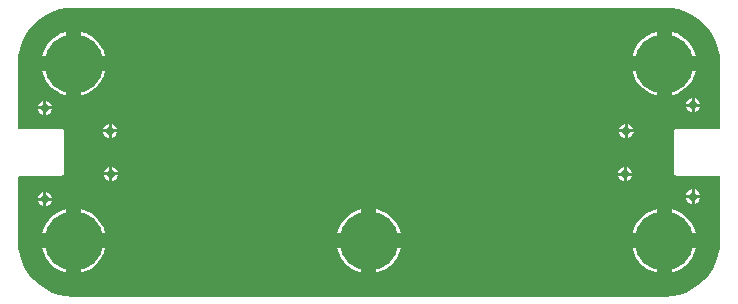
<source format=gbl>
G04*
G04 #@! TF.GenerationSoftware,Altium Limited,Altium Designer,21.4.1 (30)*
G04*
G04 Layer_Physical_Order=2*
G04 Layer_Color=16711680*
%FSLAX25Y25*%
%MOIN*%
G70*
G04*
G04 #@! TF.SameCoordinates,DE3D3837-1171-46BA-834C-E1CE419D22AE*
G04*
G04*
G04 #@! TF.FilePolarity,Positive*
G04*
G01*
G75*
%ADD17C,0.19685*%
%ADD18C,0.02756*%
%ADD19C,0.02795*%
G36*
X218975Y97267D02*
X221372Y96790D01*
X223687Y96005D01*
X225879Y94924D01*
X227911Y93565D01*
X229749Y91954D01*
X231361Y90116D01*
X232719Y88084D01*
X233800Y85891D01*
X234586Y83577D01*
X235062Y81179D01*
X235190Y79231D01*
X235213Y78740D01*
X235217Y78720D01*
X235217Y78240D01*
X235236Y57420D01*
X234882Y57067D01*
X220847D01*
X220462Y56990D01*
X220137Y56773D01*
X219919Y56447D01*
X219843Y56063D01*
Y42362D01*
X219919Y41978D01*
X220137Y41653D01*
X220462Y41435D01*
X220847Y41359D01*
X235213D01*
Y19685D01*
X235220Y19650D01*
X235062Y17246D01*
X234586Y14849D01*
X233800Y12534D01*
X232719Y10342D01*
X231361Y8309D01*
X229749Y6471D01*
X227911Y4860D01*
X225879Y3502D01*
X223687Y2421D01*
X221372Y1635D01*
X218975Y1158D01*
X217026Y1030D01*
X216535Y1008D01*
X216535Y1008D01*
X216035Y1008D01*
X20184Y1008D01*
X19685Y1008D01*
X19195Y1030D01*
X17246Y1158D01*
X14849Y1635D01*
X12534Y2421D01*
X10342Y3502D01*
X8309Y4860D01*
X6471Y6471D01*
X4860Y8309D01*
X3502Y10342D01*
X2421Y12534D01*
X1635Y14849D01*
X1158Y17246D01*
X1030Y19195D01*
X1008Y19685D01*
X1003Y19705D01*
X1003Y20185D01*
X985Y41005D01*
X1338Y41359D01*
X15374D01*
X15758Y41435D01*
X16084Y41653D01*
X16301Y41978D01*
X16377Y42362D01*
Y56063D01*
X16301Y56447D01*
X16084Y56773D01*
X15758Y56990D01*
X15374Y57067D01*
X1008D01*
Y78740D01*
X1001Y78776D01*
X1158Y81179D01*
X1635Y83577D01*
X2421Y85891D01*
X3502Y88084D01*
X4860Y90116D01*
X6471Y91954D01*
X8309Y93565D01*
X10342Y94924D01*
X12534Y96005D01*
X14849Y96790D01*
X17246Y97267D01*
X19649Y97425D01*
X19685Y97418D01*
X216535D01*
X216571Y97425D01*
X218975Y97267D01*
D02*
G37*
%LPC*%
G36*
X219035Y89322D02*
Y81240D01*
X227117D01*
X227111Y81279D01*
X226584Y82902D01*
X225809Y84423D01*
X224806Y85804D01*
X223599Y87010D01*
X222218Y88013D01*
X220697Y88788D01*
X219074Y89316D01*
X219035Y89322D01*
D02*
G37*
G36*
X214035D02*
X213997Y89316D01*
X212373Y88788D01*
X210853Y88013D01*
X209472Y87010D01*
X208265Y85804D01*
X207262Y84423D01*
X206487Y82902D01*
X205960Y81279D01*
X205954Y81240D01*
X214035D01*
Y89322D01*
D02*
G37*
G36*
X22185D02*
Y81240D01*
X30267D01*
X30261Y81279D01*
X29733Y82902D01*
X28958Y84423D01*
X27955Y85804D01*
X26748Y87010D01*
X25368Y88013D01*
X23847Y88788D01*
X22224Y89316D01*
X22185Y89322D01*
D02*
G37*
G36*
X17185D02*
X17146Y89316D01*
X15523Y88788D01*
X14002Y88013D01*
X12622Y87010D01*
X11415Y85804D01*
X10412Y84423D01*
X9637Y82902D01*
X9110Y81279D01*
X9103Y81240D01*
X17185D01*
Y89322D01*
D02*
G37*
G36*
X227117Y76240D02*
X219035D01*
Y68159D01*
X219074Y68165D01*
X220697Y68692D01*
X222218Y69467D01*
X223599Y70470D01*
X224806Y71677D01*
X225809Y73057D01*
X226584Y74578D01*
X227111Y76201D01*
X227117Y76240D01*
D02*
G37*
G36*
X214035D02*
X205954D01*
X205960Y76201D01*
X206487Y74578D01*
X207262Y73057D01*
X208265Y71677D01*
X209472Y70470D01*
X210853Y69467D01*
X212373Y68692D01*
X213997Y68165D01*
X214035Y68159D01*
Y76240D01*
D02*
G37*
G36*
X30267D02*
X22185D01*
Y68159D01*
X22224Y68165D01*
X23847Y68692D01*
X25368Y69467D01*
X26748Y70470D01*
X27955Y71677D01*
X28958Y73057D01*
X29733Y74578D01*
X30261Y76201D01*
X30267Y76240D01*
D02*
G37*
G36*
X17185D02*
X9103D01*
X9110Y76201D01*
X9637Y74578D01*
X10412Y73057D01*
X11415Y71677D01*
X12622Y70470D01*
X14002Y69467D01*
X15523Y68692D01*
X17146Y68165D01*
X17185Y68159D01*
Y76240D01*
D02*
G37*
G36*
X226720Y67292D02*
Y65425D01*
X228587D01*
X228236Y66272D01*
X227568Y66941D01*
X226720Y67292D01*
D02*
G37*
G36*
X225721D02*
X224873Y66941D01*
X224204Y66272D01*
X223854Y65425D01*
X225721D01*
Y67292D01*
D02*
G37*
G36*
X10500Y66367D02*
Y64500D01*
X12367D01*
X12016Y65347D01*
X11347Y66016D01*
X10500Y66367D01*
D02*
G37*
G36*
X9500D02*
X8653Y66016D01*
X7984Y65347D01*
X7633Y64500D01*
X9500D01*
Y66367D01*
D02*
G37*
G36*
X228587Y64425D02*
X226720D01*
Y62558D01*
X227568Y62909D01*
X228236Y63578D01*
X228587Y64425D01*
D02*
G37*
G36*
X225721D02*
X223854D01*
X224204Y63578D01*
X224873Y62909D01*
X225721Y62558D01*
Y64425D01*
D02*
G37*
G36*
X12367Y63500D02*
X10500D01*
Y61633D01*
X11347Y61984D01*
X12016Y62653D01*
X12367Y63500D01*
D02*
G37*
G36*
X9500D02*
X7633D01*
X7984Y62653D01*
X8653Y61984D01*
X9500Y61633D01*
Y63500D01*
D02*
G37*
G36*
X32299Y58687D02*
Y56799D01*
X34187D01*
X33832Y57657D01*
X33157Y58332D01*
X32299Y58687D01*
D02*
G37*
G36*
X31299D02*
X30441Y58332D01*
X29767Y57657D01*
X29411Y56799D01*
X31299D01*
Y58687D01*
D02*
G37*
G36*
X204443Y58654D02*
Y56788D01*
X206310D01*
X205959Y57635D01*
X205290Y58303D01*
X204443Y58654D01*
D02*
G37*
G36*
X203443D02*
X202596Y58303D01*
X201927Y57635D01*
X201576Y56788D01*
X203443D01*
Y58654D01*
D02*
G37*
G36*
X206310Y55788D02*
X204443D01*
Y53921D01*
X205290Y54272D01*
X205959Y54941D01*
X206310Y55788D01*
D02*
G37*
G36*
X203443D02*
X201576D01*
X201927Y54941D01*
X202596Y54272D01*
X203443Y53921D01*
Y55788D01*
D02*
G37*
G36*
X34187Y55799D02*
X32299D01*
Y53911D01*
X33157Y54267D01*
X33832Y54941D01*
X34187Y55799D01*
D02*
G37*
G36*
X31299D02*
X29411D01*
X29767Y54941D01*
X30441Y54267D01*
X31299Y53911D01*
Y55799D01*
D02*
G37*
G36*
X32500Y44367D02*
Y42500D01*
X34367D01*
X34016Y43347D01*
X33347Y44016D01*
X32500Y44367D01*
D02*
G37*
G36*
X31500D02*
X30653Y44016D01*
X29984Y43347D01*
X29633Y42500D01*
X31500D01*
Y44367D01*
D02*
G37*
G36*
X203984Y44199D02*
Y42332D01*
X205851D01*
X205500Y43179D01*
X204831Y43848D01*
X203984Y44199D01*
D02*
G37*
G36*
X202984D02*
X202137Y43848D01*
X201468Y43179D01*
X201118Y42332D01*
X202984D01*
Y44199D01*
D02*
G37*
G36*
X34367Y41500D02*
X32500D01*
Y39633D01*
X33347Y39984D01*
X34016Y40653D01*
X34367Y41500D01*
D02*
G37*
G36*
X31500D02*
X29633D01*
X29984Y40653D01*
X30653Y39984D01*
X31500Y39633D01*
Y41500D01*
D02*
G37*
G36*
X205851Y41332D02*
X203984D01*
Y39465D01*
X204831Y39816D01*
X205500Y40485D01*
X205851Y41332D01*
D02*
G37*
G36*
X202984D02*
X201118D01*
X201468Y40485D01*
X202137Y39816D01*
X202984Y39465D01*
Y41332D01*
D02*
G37*
G36*
X226720Y36792D02*
Y34925D01*
X228587D01*
X228236Y35772D01*
X227568Y36441D01*
X226720Y36792D01*
D02*
G37*
G36*
X225721D02*
X224873Y36441D01*
X224204Y35772D01*
X223854Y34925D01*
X225721D01*
Y36792D01*
D02*
G37*
G36*
X10500Y35867D02*
Y34000D01*
X12367D01*
X12016Y34847D01*
X11347Y35516D01*
X10500Y35867D01*
D02*
G37*
G36*
X9500D02*
X8653Y35516D01*
X7984Y34847D01*
X7633Y34000D01*
X9500D01*
Y35867D01*
D02*
G37*
G36*
X228587Y33925D02*
X226720D01*
Y32058D01*
X227568Y32409D01*
X228236Y33078D01*
X228587Y33925D01*
D02*
G37*
G36*
X225721D02*
X223854D01*
X224204Y33078D01*
X224873Y32409D01*
X225721Y32058D01*
Y33925D01*
D02*
G37*
G36*
X12367Y33000D02*
X10500D01*
Y31133D01*
X11347Y31484D01*
X12016Y32153D01*
X12367Y33000D01*
D02*
G37*
G36*
X9500D02*
X7633D01*
X7984Y32153D01*
X8653Y31484D01*
X9500Y31133D01*
Y33000D01*
D02*
G37*
G36*
X219035Y30267D02*
Y22185D01*
X227117D01*
X227111Y22224D01*
X226584Y23847D01*
X225809Y25368D01*
X224806Y26748D01*
X223599Y27955D01*
X222218Y28958D01*
X220697Y29733D01*
X219074Y30261D01*
X219035Y30267D01*
D02*
G37*
G36*
X214035D02*
X213997Y30261D01*
X212373Y29733D01*
X210853Y28958D01*
X209472Y27955D01*
X208265Y26748D01*
X207262Y25368D01*
X206487Y23847D01*
X205960Y22224D01*
X205954Y22185D01*
X214035D01*
Y30267D01*
D02*
G37*
G36*
X120610D02*
Y22185D01*
X128692D01*
X128686Y22224D01*
X128158Y23847D01*
X127384Y25368D01*
X126380Y26748D01*
X125174Y27955D01*
X123793Y28958D01*
X122272Y29733D01*
X120649Y30261D01*
X120610Y30267D01*
D02*
G37*
G36*
X115610D02*
X115571Y30261D01*
X113948Y29733D01*
X112427Y28958D01*
X111047Y27955D01*
X109840Y26748D01*
X108837Y25368D01*
X108062Y23847D01*
X107535Y22224D01*
X107528Y22185D01*
X115610D01*
Y30267D01*
D02*
G37*
G36*
X22185D02*
Y22185D01*
X30267D01*
X30261Y22224D01*
X29733Y23847D01*
X28958Y25368D01*
X27955Y26748D01*
X26748Y27955D01*
X25368Y28958D01*
X23847Y29733D01*
X22224Y30261D01*
X22185Y30267D01*
D02*
G37*
G36*
X17185D02*
X17146Y30261D01*
X15523Y29733D01*
X14002Y28958D01*
X12622Y27955D01*
X11415Y26748D01*
X10412Y25368D01*
X9637Y23847D01*
X9110Y22224D01*
X9103Y22185D01*
X17185D01*
Y30267D01*
D02*
G37*
G36*
X227117Y17185D02*
X219035D01*
Y9103D01*
X219074Y9110D01*
X220697Y9637D01*
X222218Y10412D01*
X223599Y11415D01*
X224806Y12622D01*
X225809Y14002D01*
X226584Y15523D01*
X227111Y17146D01*
X227117Y17185D01*
D02*
G37*
G36*
X214035D02*
X205954D01*
X205960Y17146D01*
X206487Y15523D01*
X207262Y14002D01*
X208265Y12622D01*
X209472Y11415D01*
X210853Y10412D01*
X212373Y9637D01*
X213997Y9110D01*
X214035Y9103D01*
Y17185D01*
D02*
G37*
G36*
X128692D02*
X120610D01*
Y9103D01*
X120649Y9110D01*
X122272Y9637D01*
X123793Y10412D01*
X125174Y11415D01*
X126380Y12622D01*
X127384Y14002D01*
X128158Y15523D01*
X128686Y17146D01*
X128692Y17185D01*
D02*
G37*
G36*
X115610D02*
X107528D01*
X107535Y17146D01*
X108062Y15523D01*
X108837Y14002D01*
X109840Y12622D01*
X111047Y11415D01*
X112427Y10412D01*
X113948Y9637D01*
X115571Y9110D01*
X115610Y9103D01*
Y17185D01*
D02*
G37*
G36*
X30267D02*
X22185D01*
Y9103D01*
X22224Y9110D01*
X23847Y9637D01*
X25368Y10412D01*
X26748Y11415D01*
X27955Y12622D01*
X28958Y14002D01*
X29733Y15523D01*
X30261Y17146D01*
X30267Y17185D01*
D02*
G37*
G36*
X17185D02*
X9103D01*
X9110Y17146D01*
X9637Y15523D01*
X10412Y14002D01*
X11415Y12622D01*
X12622Y11415D01*
X14002Y10412D01*
X15523Y9637D01*
X17146Y9110D01*
X17185Y9103D01*
Y17185D01*
D02*
G37*
%LPD*%
D17*
X19685Y78740D02*
D03*
X216535D02*
D03*
Y19685D02*
D03*
X118110D02*
D03*
X19685D02*
D03*
D18*
X203484Y41832D02*
D03*
X203943Y56288D02*
D03*
X32000Y42000D02*
D03*
X226220Y34425D02*
D03*
Y64925D02*
D03*
X10000Y33500D02*
D03*
Y64000D02*
D03*
D19*
X31799Y56299D02*
D03*
M02*

</source>
